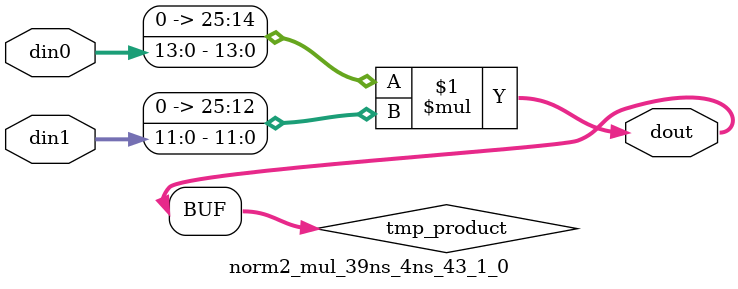
<source format=v>

`timescale 1 ns / 1 ps

 module norm2_mul_39ns_4ns_43_1_0(din0, din1, dout);
parameter ID = 1;
parameter NUM_STAGE = 0;
parameter din0_WIDTH = 14;
parameter din1_WIDTH = 12;
parameter dout_WIDTH = 26;

input [din0_WIDTH - 1 : 0] din0; 
input [din1_WIDTH - 1 : 0] din1; 
output [dout_WIDTH - 1 : 0] dout;

wire signed [dout_WIDTH - 1 : 0] tmp_product;
























assign tmp_product = $signed({1'b0, din0}) * $signed({1'b0, din1});











assign dout = tmp_product;





















endmodule

</source>
